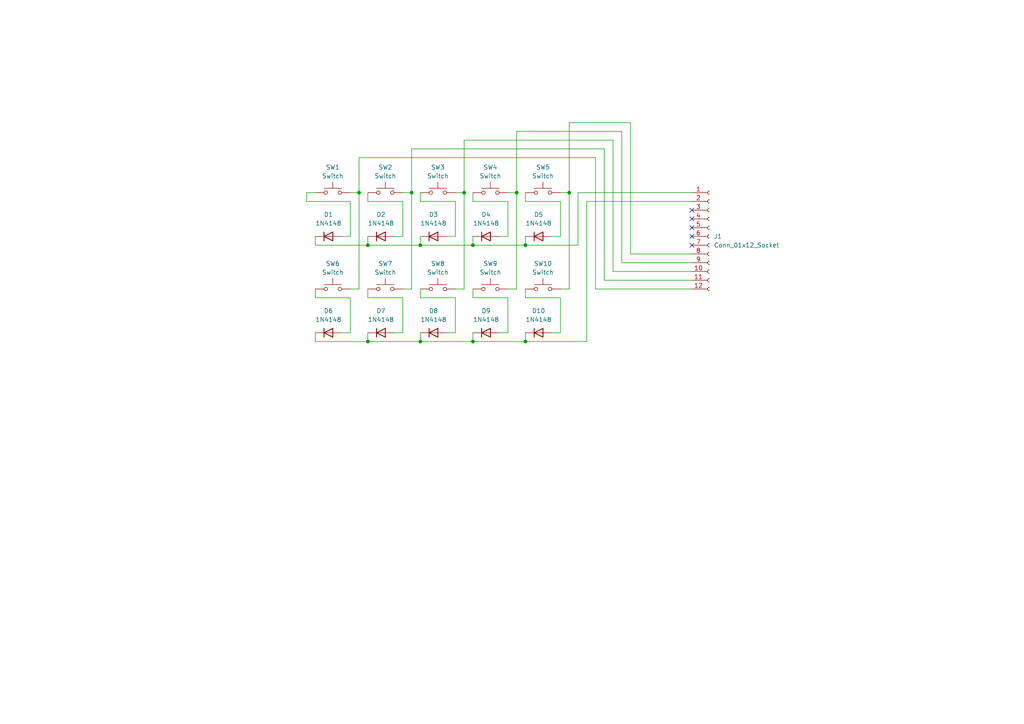
<source format=kicad_sch>
(kicad_sch (version 20231120) (generator "eeschema") (generator_version "8.0")
  (paper "A4")
  (lib_symbols
    (symbol "Connector:Conn_01x12_Socket" (pin_names (offset 1.016) hide)
      (property "Reference" "J" (at 0 15.24 0))
      (property "Value" "Conn_01x12_Socket" (at 0 -17.78 0))
      (symbol "Conn_01x12_Socket_1_1"
        (arc (start 0 -14.732) (mid -0.5058 -15.24) (end 0 -15.748) (stroke (width 0.1524)))
        (arc (start 0 -12.192) (mid -0.5058 -12.7) (end 0 -13.208) (stroke (width 0.1524)))
        (arc (start 0 -9.652) (mid -0.5058 -10.16) (end 0 -10.668) (stroke (width 0.1524)))
        (arc (start 0 -7.112) (mid -0.5058 -7.62) (end 0 -8.128) (stroke (width 0.1524)))
        (arc (start 0 -4.572) (mid -0.5058 -5.08) (end 0 -5.588) (stroke (width 0.1524)))
        (arc (start 0 -2.032) (mid -0.5058 -2.54) (end 0 -3.048) (stroke (width 0.1524)))
        (polyline (pts (xy -1.27 -15.24) (xy -0.508 -15.24)) (stroke (width 0.1524)))
        (polyline (pts (xy -1.27 -12.7) (xy -0.508 -12.7)) (stroke (width 0.1524)))
        (polyline (pts (xy -1.27 -10.16) (xy -0.508 -10.16)) (stroke (width 0.1524)))
        (polyline (pts (xy -1.27 -7.62) (xy -0.508 -7.62)) (stroke (width 0.1524)))
        (polyline (pts (xy -1.27 -5.08) (xy -0.508 -5.08)) (stroke (width 0.1524)))
        (polyline (pts (xy -1.27 -2.54) (xy -0.508 -2.54)) (stroke (width 0.1524)))
        (polyline (pts (xy -1.27 0) (xy -0.508 0)) (stroke (width 0.1524)))
        (polyline (pts (xy -1.27 2.54) (xy -0.508 2.54)) (stroke (width 0.1524)))
        (polyline (pts (xy -1.27 5.08) (xy -0.508 5.08)) (stroke (width 0.1524)))
        (polyline (pts (xy -1.27 7.62) (xy -0.508 7.62)) (stroke (width 0.1524)))
        (polyline (pts (xy -1.27 10.16) (xy -0.508 10.16)) (stroke (width 0.1524)))
        (polyline (pts (xy -1.27 12.7) (xy -0.508 12.7)) (stroke (width 0.1524)))
        (arc (start 0 0.508) (mid -0.5058 0) (end 0 -0.508) (stroke (width 0.1524)))
        (arc (start 0 3.048) (mid -0.5058 2.54) (end 0 2.032) (stroke (width 0.1524)))
        (arc (start 0 5.588) (mid -0.5058 5.08) (end 0 4.572) (stroke (width 0.1524)))
        (arc (start 0 8.128) (mid -0.5058 7.62) (end 0 7.112) (stroke (width 0.1524)))
        (arc (start 0 10.668) (mid -0.5058 10.16) (end 0 9.652) (stroke (width 0.1524)))
        (arc (start 0 13.208) (mid -0.5058 12.7) (end 0 12.192) (stroke (width 0.1524)))
        (pin passive line (at -5.08 12.7 0) (length 3.81) (name "Pin_1") (number "1"))
        (pin passive line (at -5.08 -10.16 0) (length 3.81) (name "Pin_10") (number "10"))
        (pin passive line (at -5.08 -12.7 0) (length 3.81) (name "Pin_11") (number "11"))
        (pin passive line (at -5.08 -15.24 0) (length 3.81) (name "Pin_12") (number "12"))
        (pin passive line (at -5.08 10.16 0) (length 3.81) (name "Pin_2") (number "2"))
        (pin passive line (at -5.08 7.62 0) (length 3.81) (name "Pin_3") (number "3"))
        (pin passive line (at -5.08 5.08 0) (length 3.81) (name "Pin_4") (number "4"))
        (pin passive line (at -5.08 2.54 0) (length 3.81) (name "Pin_5") (number "5"))
        (pin passive line (at -5.08 0 0) (length 3.81) (name "Pin_6") (number "6"))
        (pin passive line (at -5.08 -2.54 0) (length 3.81) (name "Pin_7") (number "7"))
        (pin passive line (at -5.08 -5.08 0) (length 3.81) (name "Pin_8") (number "8"))
        (pin passive line (at -5.08 -7.62 0) (length 3.81) (name "Pin_9") (number "9"))
      )
    )
    (symbol "Diode:1N4148" (pin_numbers hide) (pin_names hide)
      (property "Reference" "D" (at 0 2.54 0))
      (property "Value" "1N4148" (at 0 -2.54 0))
      (symbol "1N4148_0_1"
        (polyline (pts (xy -1.27 1.27) (xy -1.27 -1.27)) (stroke (width 0.254)))
        (polyline (pts (xy 1.27 0) (xy -1.27 0)))
        (polyline (pts (xy 1.27 1.27) (xy 1.27 -1.27) (xy -1.27 0) (xy 1.27 1.27)) (stroke (width 0.254)))
      )
      (symbol "1N4148_1_1"
        (pin passive line (at -3.81 0 0) (length 2.54) (name "K") (number "1"))
        (pin passive line (at 3.81 0 180) (length 2.54) (name "A") (number "2"))
      )
    )
    (symbol "ScottoKeebs:Placeholder_Switch" (pin_numbers hide) (pin_names (offset 1.016) hide)
      (property "Reference" "SW" (at 1.27 2.54 0))
      (property "Value" "Switch" (at 0 -1.524 0))
      (symbol "Placeholder_Switch_0_1"
        (circle (center -2.032 0) (radius 0.508))
        (polyline (pts (xy 0 1.27) (xy 0 3.048)))
        (polyline (pts (xy 2.54 1.27) (xy -2.54 1.27)))
        (circle (center 2.032 0) (radius 0.508))
        (pin passive line (at -5.08 0 0) (length 2.54) (name "1") (number "1"))
        (pin passive line (at 5.08 0 180) (length 2.54) (name "2") (number "2"))
      )
    )
  )
  (junction (at 149.86 55.88))
  (junction (at 106.68 71.12))
  (junction (at 165.1 55.88))
  (junction (at 152.4 99.06))
  (junction (at 121.92 99.06))
  (junction (at 137.16 99.06))
  (junction (at 137.16 71.12))
  (junction (at 119.38 55.88))
  (junction (at 152.4 71.12))
  (junction (at 121.92 71.12))
  (junction (at 106.68 99.06))
  (junction (at 134.62 55.88))
  (junction (at 104.14 55.88))
  (no_connect (at 200.66 71.12))
  (no_connect (at 200.66 66.04))
  (no_connect (at 200.66 68.58))
  (no_connect (at 200.66 60.96))
  (no_connect (at 200.66 63.5))
  (wire (pts (xy 165.1 83.82) (xy 162.56 83.82)))
  (wire (pts (xy 119.38 43.18) (xy 175.26 43.18)))
  (wire (pts (xy 91.44 83.82) (xy 91.44 86.36)))
  (wire (pts (xy 134.62 55.88) (xy 134.62 40.64)))
  (wire (pts (xy 132.08 68.58) (xy 129.54 68.58)))
  (wire (pts (xy 177.8 40.64) (xy 177.8 78.74)))
  (wire (pts (xy 182.88 73.66) (xy 200.66 73.66)))
  (wire (pts (xy 165.1 55.88) (xy 165.1 83.82)))
  (wire (pts (xy 149.86 83.82) (xy 147.32 83.82)))
  (wire (pts (xy 121.92 55.88) (xy 121.92 58.42)))
  (wire (pts (xy 99.06 96.52) (xy 101.6 96.52)))
  (wire (pts (xy 152.4 55.88) (xy 152.4 58.42)))
  (wire (pts (xy 167.64 55.88) (xy 200.66 55.88)))
  (wire (pts (xy 152.4 71.12) (xy 137.16 71.12)))
  (wire (pts (xy 116.84 86.36) (xy 116.84 96.52)))
  (wire (pts (xy 167.64 71.12) (xy 167.64 55.88)))
  (wire (pts (xy 121.92 58.42) (xy 132.08 58.42)))
  (wire (pts (xy 106.68 99.06) (xy 91.44 99.06)))
  (wire (pts (xy 162.56 58.42) (xy 162.56 68.58)))
  (wire (pts (xy 152.4 86.36) (xy 162.56 86.36)))
  (wire (pts (xy 165.1 35.56) (xy 182.88 35.56)))
  (wire (pts (xy 121.92 83.82) (xy 121.92 86.36)))
  (wire (pts (xy 149.86 38.1) (xy 180.34 38.1)))
  (wire (pts (xy 121.92 99.06) (xy 106.68 99.06)))
  (wire (pts (xy 134.62 83.82) (xy 132.08 83.82)))
  (wire (pts (xy 137.16 83.82) (xy 137.16 86.36)))
  (wire (pts (xy 121.92 86.36) (xy 132.08 86.36)))
  (wire (pts (xy 116.84 68.58) (xy 114.3 68.58)))
  (wire (pts (xy 170.18 99.06) (xy 152.4 99.06)))
  (wire (pts (xy 147.32 86.36) (xy 147.32 96.52)))
  (wire (pts (xy 104.14 55.88) (xy 104.14 45.72)))
  (wire (pts (xy 152.4 68.58) (xy 152.4 71.12)))
  (wire (pts (xy 116.84 96.52) (xy 114.3 96.52)))
  (wire (pts (xy 101.6 55.88) (xy 104.14 55.88)))
  (wire (pts (xy 137.16 55.88) (xy 137.16 58.42)))
  (wire (pts (xy 119.38 55.88) (xy 119.38 83.82)))
  (wire (pts (xy 162.56 68.58) (xy 160.02 68.58)))
  (wire (pts (xy 137.16 58.42) (xy 147.32 58.42)))
  (wire (pts (xy 175.26 43.18) (xy 175.26 81.28)))
  (wire (pts (xy 137.16 99.06) (xy 121.92 99.06)))
  (wire (pts (xy 152.4 71.12) (xy 167.64 71.12)))
  (wire (pts (xy 91.44 68.58) (xy 91.44 71.12)))
  (wire (pts (xy 132.08 55.88) (xy 134.62 55.88)))
  (wire (pts (xy 200.66 58.42) (xy 170.18 58.42)))
  (wire (pts (xy 106.68 68.58) (xy 106.68 71.12)))
  (wire (pts (xy 106.68 71.12) (xy 91.44 71.12)))
  (wire (pts (xy 101.6 86.36) (xy 101.6 96.52)))
  (wire (pts (xy 88.9 58.42) (xy 101.6 58.42)))
  (wire (pts (xy 147.32 58.42) (xy 147.32 68.58)))
  (wire (pts (xy 88.9 55.88) (xy 88.9 58.42)))
  (wire (pts (xy 147.32 55.88) (xy 149.86 55.88)))
  (wire (pts (xy 177.8 78.74) (xy 200.66 78.74)))
  (wire (pts (xy 147.32 96.52) (xy 144.78 96.52)))
  (wire (pts (xy 106.68 86.36) (xy 116.84 86.36)))
  (wire (pts (xy 106.68 58.42) (xy 116.84 58.42)))
  (wire (pts (xy 182.88 35.56) (xy 182.88 73.66)))
  (wire (pts (xy 165.1 55.88) (xy 165.1 35.56)))
  (wire (pts (xy 149.86 55.88) (xy 149.86 38.1)))
  (wire (pts (xy 91.44 96.52) (xy 91.44 99.06)))
  (wire (pts (xy 149.86 55.88) (xy 149.86 83.82)))
  (wire (pts (xy 104.14 45.72) (xy 172.72 45.72)))
  (wire (pts (xy 147.32 68.58) (xy 144.78 68.58)))
  (wire (pts (xy 180.34 76.2) (xy 200.66 76.2)))
  (wire (pts (xy 172.72 83.82) (xy 200.66 83.82)))
  (wire (pts (xy 137.16 96.52) (xy 137.16 99.06)))
  (wire (pts (xy 162.56 55.88) (xy 165.1 55.88)))
  (wire (pts (xy 132.08 86.36) (xy 132.08 96.52)))
  (wire (pts (xy 101.6 58.42) (xy 101.6 68.58)))
  (wire (pts (xy 137.16 86.36) (xy 147.32 86.36)))
  (wire (pts (xy 180.34 38.1) (xy 180.34 76.2)))
  (wire (pts (xy 101.6 68.58) (xy 99.06 68.58)))
  (wire (pts (xy 104.14 55.88) (xy 104.14 83.82)))
  (wire (pts (xy 137.16 71.12) (xy 121.92 71.12)))
  (wire (pts (xy 91.44 86.36) (xy 101.6 86.36)))
  (wire (pts (xy 121.92 71.12) (xy 106.68 71.12)))
  (wire (pts (xy 116.84 55.88) (xy 119.38 55.88)))
  (wire (pts (xy 170.18 58.42) (xy 170.18 99.06)))
  (wire (pts (xy 121.92 68.58) (xy 121.92 71.12)))
  (wire (pts (xy 106.68 96.52) (xy 106.68 99.06)))
  (wire (pts (xy 152.4 83.82) (xy 152.4 86.36)))
  (wire (pts (xy 91.44 55.88) (xy 88.9 55.88)))
  (wire (pts (xy 175.26 81.28) (xy 200.66 81.28)))
  (wire (pts (xy 104.14 83.82) (xy 101.6 83.82)))
  (wire (pts (xy 152.4 99.06) (xy 137.16 99.06)))
  (wire (pts (xy 162.56 96.52) (xy 160.02 96.52)))
  (wire (pts (xy 119.38 55.88) (xy 119.38 43.18)))
  (wire (pts (xy 172.72 45.72) (xy 172.72 83.82)))
  (wire (pts (xy 152.4 96.52) (xy 152.4 99.06)))
  (wire (pts (xy 132.08 96.52) (xy 129.54 96.52)))
  (wire (pts (xy 132.08 58.42) (xy 132.08 68.58)))
  (wire (pts (xy 137.16 71.12) (xy 137.16 68.58)))
  (wire (pts (xy 116.84 58.42) (xy 116.84 68.58)))
  (wire (pts (xy 121.92 96.52) (xy 121.92 99.06)))
  (wire (pts (xy 134.62 55.88) (xy 134.62 83.82)))
  (wire (pts (xy 119.38 83.82) (xy 116.84 83.82)))
  (wire (pts (xy 162.56 86.36) (xy 162.56 96.52)))
  (wire (pts (xy 106.68 55.88) (xy 106.68 58.42)))
  (wire (pts (xy 134.62 40.64) (xy 177.8 40.64)))
  (wire (pts (xy 106.68 83.82) (xy 106.68 86.36)))
  (wire (pts (xy 152.4 58.42) (xy 162.56 58.42)))
  (symbol (lib_id "ScottoKeebs:Placeholder_Switch") (at 127 83.82 0) (unit 1)
    (property "Reference" "SW8" (at 127 76.454 0))
    (property "Value" "Switch" (at 127 78.994 0))
    (property "Footprint" "ScottoKeebs_Hotswap:Hotswap_MX_Plated_1.00u" (effects (hide yes)))
    (property "Description" "Push button switch, generic, two pins" (effects (hide yes)))
  )
  (symbol (lib_id "ScottoKeebs:Placeholder_Switch") (at 96.52 55.88 0) (unit 1)
    (property "Reference" "SW1" (at 96.52 48.514 0))
    (property "Value" "Switch" (at 96.52 51.054 0))
    (property "Footprint" "ScottoKeebs_Hotswap:Hotswap_MX_Plated_1.00u" (effects (hide yes)))
    (property "Description" "Push button switch, generic, two pins" (effects (hide yes)))
  )
  (symbol (lib_id "Diode:1N4148") (at 95.25 68.58 0) (unit 1)
    (property "Reference" "D1" (at 95.25 62.23 0))
    (property "Value" "1N4148" (at 95.25 64.77 0))
    (property "Footprint" "Diode_THT:D_DO-35_SOD27_P7.62mm_Horizontal" (effects (hide yes)))
    (property "Datasheet" "https://assets.nexperia.com/documents/data-sheet/1N4148_1N4448.pdf" (effects (hide yes)))
    (property "Description" "100V 0.15A standard switching diode, DO-35" (effects (hide yes)))
    (property "Sim.Device" "D" (effects (hide yes)))
    (property "Sim.Pins" "1=K 2=A" (effects (hide yes)))
  )
  (symbol (lib_id "Diode:1N4148") (at 110.49 68.58 0) (unit 1)
    (property "Reference" "D2" (at 110.49 62.23 0))
    (property "Value" "1N4148" (at 110.49 64.77 0))
    (property "Footprint" "Diode_THT:D_DO-35_SOD27_P7.62mm_Horizontal" (effects (hide yes)))
    (property "Datasheet" "https://assets.nexperia.com/documents/data-sheet/1N4148_1N4448.pdf" (effects (hide yes)))
    (property "Description" "100V 0.15A standard switching diode, DO-35" (effects (hide yes)))
    (property "Sim.Device" "D" (effects (hide yes)))
    (property "Sim.Pins" "1=K 2=A" (effects (hide yes)))
  )
  (symbol (lib_id "Connector:Conn_01x12_Socket") (at 205.74 68.58 0) (unit 1)
    (property "Reference" "J1" (at 207.01 68.5799 0) (effects (justify left)))
    (property "Value" "Conn_01x12_Socket" (at 207.01 71.1199 0) (effects (justify left)))
    (property "Footprint" "Connector_JST:JST_GH_BM12B-GHS-TBT_1x12-1MP_P1.25mm_Vertical" (effects (hide yes)))
    (property "Description" "Generic connector, single row, 01x12, script generated" (effects (hide yes)))
  )
  (symbol (lib_id "ScottoKeebs:Placeholder_Switch") (at 157.48 83.82 0) (unit 1)
    (property "Reference" "SW10" (at 157.48 76.454 0))
    (property "Value" "Switch" (at 157.48 78.994 0))
    (property "Footprint" "ScottoKeebs_Hotswap:Hotswap_MX_Plated_1.00u" (effects (hide yes)))
    (property "Description" "Push button switch, generic, two pins" (effects (hide yes)))
  )
  (symbol (lib_id "Diode:1N4148") (at 156.21 96.52 0) (unit 1)
    (property "Reference" "D10" (at 156.21 90.17 0))
    (property "Value" "1N4148" (at 156.21 92.71 0))
    (property "Footprint" "Diode_THT:D_DO-35_SOD27_P7.62mm_Horizontal" (effects (hide yes)))
    (property "Datasheet" "https://assets.nexperia.com/documents/data-sheet/1N4148_1N4448.pdf" (effects (hide yes)))
    (property "Description" "100V 0.15A standard switching diode, DO-35" (effects (hide yes)))
    (property "Sim.Device" "D" (effects (hide yes)))
    (property "Sim.Pins" "1=K 2=A" (effects (hide yes)))
  )
  (symbol (lib_id "ScottoKeebs:Placeholder_Switch") (at 142.24 55.88 0) (unit 1)
    (property "Reference" "SW4" (at 142.24 48.514 0))
    (property "Value" "Switch" (at 142.24 51.054 0))
    (property "Footprint" "ScottoKeebs_Hotswap:Hotswap_MX_Plated_1.00u" (effects (hide yes)))
    (property "Description" "Push button switch, generic, two pins" (effects (hide yes)))
  )
  (symbol (lib_id "ScottoKeebs:Placeholder_Switch") (at 127 55.88 0) (unit 1)
    (property "Reference" "SW3" (at 127 48.514 0))
    (property "Value" "Switch" (at 127 51.054 0))
    (property "Footprint" "ScottoKeebs_Hotswap:Hotswap_MX_Plated_1.00u" (effects (hide yes)))
    (property "Description" "Push button switch, generic, two pins" (effects (hide yes)))
  )
  (symbol (lib_id "ScottoKeebs:Placeholder_Switch") (at 96.52 83.82 0) (unit 1)
    (property "Reference" "SW6" (at 96.52 76.454 0))
    (property "Value" "Switch" (at 96.52 78.994 0))
    (property "Footprint" "ScottoKeebs_Hotswap:Hotswap_MX_Plated_1.00u" (effects (hide yes)))
    (property "Description" "Push button switch, generic, two pins" (effects (hide yes)))
  )
  (symbol (lib_id "ScottoKeebs:Placeholder_Switch") (at 157.48 55.88 0) (unit 1)
    (property "Reference" "SW5" (at 157.48 48.514 0))
    (property "Value" "Switch" (at 157.48 51.054 0))
    (property "Footprint" "ScottoKeebs_Hotswap:Hotswap_MX_Plated_1.00u" (effects (hide yes)))
    (property "Description" "Push button switch, generic, two pins" (effects (hide yes)))
  )
  (symbol (lib_id "Diode:1N4148") (at 156.21 68.58 0) (unit 1)
    (property "Reference" "D5" (at 156.21 62.23 0))
    (property "Value" "1N4148" (at 156.21 64.77 0))
    (property "Footprint" "Diode_THT:D_DO-35_SOD27_P7.62mm_Horizontal" (effects (hide yes)))
    (property "Datasheet" "https://assets.nexperia.com/documents/data-sheet/1N4148_1N4448.pdf" (effects (hide yes)))
    (property "Description" "100V 0.15A standard switching diode, DO-35" (effects (hide yes)))
    (property "Sim.Device" "D" (effects (hide yes)))
    (property "Sim.Pins" "1=K 2=A" (effects (hide yes)))
  )
  (symbol (lib_id "Diode:1N4148") (at 110.49 96.52 0) (unit 1)
    (property "Reference" "D7" (at 110.49 90.17 0))
    (property "Value" "1N4148" (at 110.49 92.71 0))
    (property "Footprint" "Diode_THT:D_DO-35_SOD27_P7.62mm_Horizontal" (effects (hide yes)))
    (property "Datasheet" "https://assets.nexperia.com/documents/data-sheet/1N4148_1N4448.pdf" (effects (hide yes)))
    (property "Description" "100V 0.15A standard switching diode, DO-35" (effects (hide yes)))
    (property "Sim.Device" "D" (effects (hide yes)))
    (property "Sim.Pins" "1=K 2=A" (effects (hide yes)))
  )
  (symbol (lib_id "ScottoKeebs:Placeholder_Switch") (at 142.24 83.82 0) (unit 1)
    (property "Reference" "SW9" (at 142.24 76.454 0))
    (property "Value" "Switch" (at 142.24 78.994 0))
    (property "Footprint" "ScottoKeebs_Hotswap:Hotswap_MX_Plated_1.00u" (effects (hide yes)))
    (property "Description" "Push button switch, generic, two pins" (effects (hide yes)))
  )
  (symbol (lib_id "ScottoKeebs:Placeholder_Switch") (at 111.76 55.88 0) (unit 1)
    (property "Reference" "SW2" (at 111.76 48.514 0))
    (property "Value" "Switch" (at 111.76 51.054 0))
    (property "Footprint" "ScottoKeebs_Hotswap:Hotswap_MX_Plated_1.00u" (effects (hide yes)))
    (property "Description" "Push button switch, generic, two pins" (effects (hide yes)))
  )
  (symbol (lib_id "Diode:1N4148") (at 140.97 96.52 0) (unit 1)
    (property "Reference" "D9" (at 140.97 90.17 0))
    (property "Value" "1N4148" (at 140.97 92.71 0))
    (property "Footprint" "Diode_THT:D_DO-35_SOD27_P7.62mm_Horizontal" (effects (hide yes)))
    (property "Datasheet" "https://assets.nexperia.com/documents/data-sheet/1N4148_1N4448.pdf" (effects (hide yes)))
    (property "Description" "100V 0.15A standard switching diode, DO-35" (effects (hide yes)))
    (property "Sim.Device" "D" (effects (hide yes)))
    (property "Sim.Pins" "1=K 2=A" (effects (hide yes)))
  )
  (symbol (lib_id "Diode:1N4148") (at 125.73 68.58 0) (unit 1)
    (property "Reference" "D3" (at 125.73 62.23 0))
    (property "Value" "1N4148" (at 125.73 64.77 0))
    (property "Footprint" "Diode_THT:D_DO-35_SOD27_P7.62mm_Horizontal" (effects (hide yes)))
    (property "Datasheet" "https://assets.nexperia.com/documents/data-sheet/1N4148_1N4448.pdf" (effects (hide yes)))
    (property "Description" "100V 0.15A standard switching diode, DO-35" (effects (hide yes)))
    (property "Sim.Device" "D" (effects (hide yes)))
    (property "Sim.Pins" "1=K 2=A" (effects (hide yes)))
  )
  (symbol (lib_id "Diode:1N4148") (at 95.25 96.52 0) (unit 1)
    (property "Reference" "D6" (at 95.25 90.17 0))
    (property "Value" "1N4148" (at 95.25 92.71 0))
    (property "Footprint" "Diode_THT:D_DO-35_SOD27_P7.62mm_Horizontal" (effects (hide yes)))
    (property "Datasheet" "https://assets.nexperia.com/documents/data-sheet/1N4148_1N4448.pdf" (effects (hide yes)))
    (property "Description" "100V 0.15A standard switching diode, DO-35" (effects (hide yes)))
    (property "Sim.Device" "D" (effects (hide yes)))
    (property "Sim.Pins" "1=K 2=A" (effects (hide yes)))
  )
  (symbol (lib_id "Diode:1N4148") (at 140.97 68.58 0) (unit 1)
    (property "Reference" "D4" (at 140.97 62.23 0))
    (property "Value" "1N4148" (at 140.97 64.77 0))
    (property "Footprint" "Diode_THT:D_DO-35_SOD27_P7.62mm_Horizontal" (effects (hide yes)))
    (property "Datasheet" "https://assets.nexperia.com/documents/data-sheet/1N4148_1N4448.pdf" (effects (hide yes)))
    (property "Description" "100V 0.15A standard switching diode, DO-35" (effects (hide yes)))
    (property "Sim.Device" "D" (effects (hide yes)))
    (property "Sim.Pins" "1=K 2=A" (effects (hide yes)))
  )
  (symbol (lib_id "Diode:1N4148") (at 125.73 96.52 0) (unit 1)
    (property "Reference" "D8" (at 125.73 90.17 0))
    (property "Value" "1N4148" (at 125.73 92.71 0))
    (property "Footprint" "Diode_THT:D_DO-35_SOD27_P7.62mm_Horizontal" (effects (hide yes)))
    (property "Datasheet" "https://assets.nexperia.com/documents/data-sheet/1N4148_1N4448.pdf" (effects (hide yes)))
    (property "Description" "100V 0.15A standard switching diode, DO-35" (effects (hide yes)))
    (property "Sim.Device" "D" (effects (hide yes)))
    (property "Sim.Pins" "1=K 2=A" (effects (hide yes)))
  )
  (symbol (lib_id "ScottoKeebs:Placeholder_Switch") (at 111.76 83.82 0) (unit 1)
    (property "Reference" "SW7" (at 111.76 76.454 0))
    (property "Value" "Switch" (at 111.76 78.994 0))
    (property "Footprint" "ScottoKeebs_Hotswap:Hotswap_MX_Plated_1.00u" (effects (hide yes)))
    (property "Description" "Push button switch, generic, two pins" (effects (hide yes)))
  )
)
</source>
